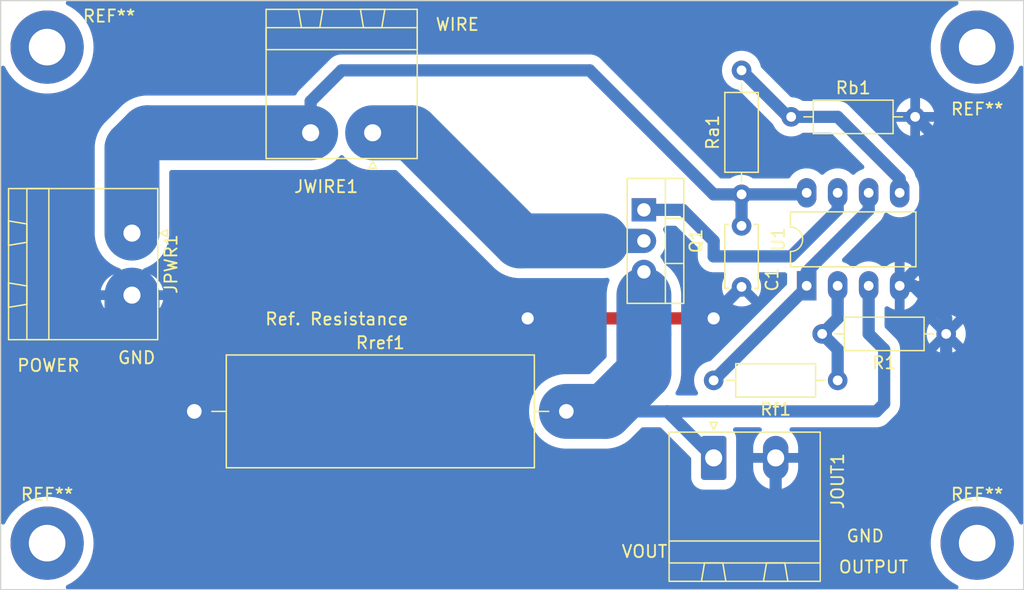
<source format=kicad_pcb>
(kicad_pcb (version 20240108) (generator "pcbnew") (generator_version "8.0")
  (layers (0 "F.Cu" signal) (31 "B.Cu" signal) (34 "B.Paste" user) (35 "F.Paste" user) (36 "B.SilkS" user "B.Silkscreen") (37 "F.SilkS" user "F.Silkscreen") (38 "B.Mask" user) (39 "F.Mask" user) (44 "Edge.Cuts" user))
  (net 0 "")
  (net 1 "VCC")
  (net 2 "GND")
  (net 3 "/Eout")
  (net 4 "Net-(Q1-B)")
  (net 5 "Net-(U1A--)")
  (net 6 "Net-(U1B-+)")
  (net 7 "Net-(U1B--)")
  (net 8 "Net-(JWIRE1-Pin_1)")
  (footprint "Connector_Phoenix_MSTB:PhoenixContact_MSTBA_2,5_2-G-5,08_1x02_P5.08mm_Horizontal" (layer "F.Cu") (at 132.08 87.0275 180)
    (property "Reference" "JWIRE1" (at 3.81 -4.4125 0) (layer "F.SilkS"))
    (property "Value" "Conn_01x02")
    (fp_line (start 8.73 10.11) (end 8.73 -2.11) (stroke (width 0.12)) (layer "F.SilkS"))
    (fp_line (start 8.73 8.61) (end -3.65 8.61) (stroke (width 0.12)) (layer "F.SilkS"))
    (fp_line (start 8.73 6.81) (end 8.73 8.61) (stroke (width 0.12)) (layer "F.SilkS"))
    (fp_line (start 8.73 -2.11) (end -3.65 -2.11) (stroke (width 0.12)) (layer "F.SilkS"))
    (fp_line (start 6.08 10.11) (end 5.83 8.61) (stroke (width 0.12)) (layer "F.SilkS"))
    (fp_line (start 5.83 8.61) (end 4.33 8.61) (stroke (width 0.12)) (layer "F.SilkS"))
    (fp_line (start 4.33 8.61) (end 4.08 10.11) (stroke (width 0.12)) (layer "F.SilkS"))
    (fp_line (start 4.08 10.11) (end 6.08 10.11) (stroke (width 0.12)) (layer "F.SilkS"))
    (fp_line (start 1 10.11) (end 0.75 8.61) (stroke (width 0.12)) (layer "F.SilkS"))
    (fp_line (start 0.75 8.61) (end -0.75 8.61) (stroke (width 0.12)) (layer "F.SilkS"))
    (fp_line (start 0.3 -2.91) (end 0 -2.31) (stroke (width 0.12)) (layer "F.SilkS"))
    (fp_line (start 0 -2.31) (end -0.3 -2.91) (stroke (width 0.12)) (layer "F.SilkS"))
    (fp_line (start -0.3 -2.91) (end 0.3 -2.91) (stroke (width 0.12)) (layer "F.SilkS"))
    (fp_line (start -0.75 8.61) (end -1 10.11) (stroke (width 0.12)) (layer "F.SilkS"))
    (fp_line (start -1 10.11) (end 1 10.11) (stroke (width 0.12)) (layer "F.SilkS"))
    (fp_line (start -3.65 10.11) (end 8.73 10.11) (stroke (width 0.12)) (layer "F.SilkS"))
    (fp_line (start -3.65 8.61) (end -3.65 6.81) (stroke (width 0.12)) (layer "F.SilkS"))
    (fp_line (start -3.65 6.81) (end 8.73 6.81) (stroke (width 0.12)) (layer "F.SilkS"))
    (fp_line (start -3.65 -2.11) (end -3.65 10.11) (stroke (width 0.12)) (layer "F.SilkS"))
    (pad "1" thru_hole roundrect (at 0 0 180) (size 2.08 3.6) (drill 1.4) (layers "*.Cu" "*.Mask") (roundrect_rratio 0.120192) (net 8 "Net-(JWIRE1-Pin_1)"))
    (pad "2" thru_hole oval (at 5.08 0 180) (size 2.08 3.6) (drill 1.4) (layers "*.Cu" "*.Mask") (net 1 "VCC"))
  )
  (footprint "MountingHole:MountingHole_3mm_Pad" (layer "F.Cu") (at 181.61 80.01)
    (property "Reference" "REF**" (at 0 5.08 0) (layer "F.SilkS"))
    (property "Value" "MountingHole_3mm_Pad")
    (pad "1" thru_hole circle (at 0 0) (size 6 6) (drill 3) (layers "*.Cu" "*.Mask"))
  )
  (footprint "MountingHole:MountingHole_3mm_Pad" (layer "F.Cu") (at 181.61 120.65)
    (property "Reference" "REF**" (at 0 -4 0) (layer "F.SilkS"))
    (property "Value" "MountingHole_3mm_Pad")
    (pad "1" thru_hole circle (at 0 0) (size 6 6) (drill 3) (layers "*.Cu" "*.Mask"))
  )
  (footprint "Resistor_THT:R_Axial_DIN0207_L6.3mm_D2.5mm_P10.16mm_Horizontal" (layer "F.Cu") (at 179.07 103.505 180)
    (property "Reference" "R1" (at 5.08 -2.37 0) (layer "F.SilkS"))
    (property "Value" "430")
    (fp_line (start 9.12 0) (end 8.35 0) (stroke (width 0.12)) (layer "F.SilkS"))
    (fp_line (start 8.35 1.37) (end 8.35 -1.37) (stroke (width 0.12)) (layer "F.SilkS"))
    (fp_line (start 8.35 -1.37) (end 1.81 -1.37) (stroke (width 0.12)) (layer "F.SilkS"))
    (fp_line (start 1.81 1.37) (end 8.35 1.37) (stroke (width 0.12)) (layer "F.SilkS"))
    (fp_line (start 1.81 -1.37) (end 1.81 1.37) (stroke (width 0.12)) (layer "F.SilkS"))
    (fp_line (start 1.04 0) (end 1.81 0) (stroke (width 0.12)) (layer "F.SilkS"))
    (pad "1" thru_hole circle (at 0 0 180) (size 1.6 1.6) (drill 0.8) (layers "*.Cu" "*.Mask") (net 2 "GND"))
    (pad "2" thru_hole oval (at 10.16 0 180) (size 1.6 1.6) (drill 0.8) (layers "*.Cu" "*.Mask") (net 5 "Net-(U1A--)"))
  )
  (footprint "Connector_Phoenix_MSTB:PhoenixContact_MSTBA_2,5_2-G-5,08_1x02_P5.08mm_Horizontal" (layer "F.Cu") (at 160.02 113.665)
    (property "Reference" "JOUT1" (at 10.16 1.905 90) (layer "F.SilkS"))
    (property "Value" "Conn_01x02")
    (fp_line (start -3.65 -2.11) (end -3.65 10.11) (stroke (width 0.12)) (layer "F.SilkS"))
    (fp_line (start -3.65 6.81) (end 8.73 6.81) (stroke (width 0.12)) (layer "F.SilkS"))
    (fp_line (start -3.65 8.61) (end -3.65 6.81) (stroke (width 0.12)) (layer "F.SilkS"))
    (fp_line (start -3.65 10.11) (end 8.73 10.11) (stroke (width 0.12)) (layer "F.SilkS"))
    (fp_line (start -1 10.11) (end 1 10.11) (stroke (width 0.12)) (layer "F.SilkS"))
    (fp_line (start -0.75 8.61) (end -1 10.11) (stroke (width 0.12)) (layer "F.SilkS"))
    (fp_line (start -0.3 -2.91) (end 0.3 -2.91) (stroke (width 0.12)) (layer "F.SilkS"))
    (fp_line (start 0 -2.31) (end -0.3 -2.91) (stroke (width 0.12)) (layer "F.SilkS"))
    (fp_line (start 0.3 -2.91) (end 0 -2.31) (stroke (width 0.12)) (layer "F.SilkS"))
    (fp_line (start 0.75 8.61) (end -0.75 8.61) (stroke (width 0.12)) (layer "F.SilkS"))
    (fp_line (start 1 10.11) (end 0.75 8.61) (stroke (width 0.12)) (layer "F.SilkS"))
    (fp_line (start 4.08 10.11) (end 6.08 10.11) (stroke (width 0.12)) (layer "F.SilkS"))
    (fp_line (start 4.33 8.61) (end 4.08 10.11) (stroke (width 0.12)) (layer "F.SilkS"))
    (fp_line (start 5.83 8.61) (end 4.33 8.61) (stroke (width 0.12)) (layer "F.SilkS"))
    (fp_line (start 6.08 10.11) (end 5.83 8.61) (stroke (width 0.12)) (layer "F.SilkS"))
    (fp_line (start 8.73 -2.11) (end -3.65 -2.11) (stroke (width 0.12)) (layer "F.SilkS"))
    (fp_line (start 8.73 6.81) (end 8.73 8.61) (stroke (width 0.12)) (layer "F.SilkS"))
    (fp_line (start 8.73 8.61) (end -3.65 8.61) (stroke (width 0.12)) (layer "F.SilkS"))
    (fp_line (start 8.73 10.11) (end 8.73 -2.11) (stroke (width 0.12)) (layer "F.SilkS"))
    (pad "1" thru_hole roundrect (at 0 0) (size 2.08 3.6) (drill 1.4) (layers "*.Cu" "*.Mask") (roundrect_rratio 0.120192) (net 3 "/Eout"))
    (pad "2" thru_hole oval (at 5.08 0) (size 2.08 3.6) (drill 1.4) (layers "*.Cu" "*.Mask") (net 2 "GND"))
  )
  (footprint "Package_TO_SOT_THT:TO-220-3_Vertical" (layer "F.Cu") (at 154.305 93.345 -90)
    (property "Reference" "Q1" (at 2.54 -4.27 90) (layer "F.SilkS"))
    (property "Value" "TIP120")
    (fp_line (start -2.58 1.371) (end 7.66 1.371) (stroke (width 0.12)) (layer "F.SilkS"))
    (fp_line (start -2.58 -1.76) (end 7.66 -1.76) (stroke (width 0.12)) (layer "F.SilkS"))
    (fp_line (start -2.58 -3.27) (end -2.58 1.371) (stroke (width 0.12)) (layer "F.SilkS"))
    (fp_line (start -2.58 -3.27) (end 7.66 -3.27) (stroke (width 0.12)) (layer "F.SilkS"))
    (fp_line (start 0.69 -3.27) (end 0.69 -1.76) (stroke (width 0.12)) (layer "F.SilkS"))
    (fp_line (start 4.391 -3.27) (end 4.391 -1.76) (stroke (width 0.12)) (layer "F.SilkS"))
    (fp_line (start 7.66 -3.27) (end 7.66 1.371) (stroke (width 0.12)) (layer "F.SilkS"))
    (pad "1" thru_hole rect (at 0 0 270) (size 1.905 2) (drill 1.1) (layers "*.Cu" "*.Mask") (net 4 "Net-(Q1-B)"))
    (pad "2" thru_hole oval (at 2.54 0 270) (size 1.905 2) (drill 1.1) (layers "*.Cu" "*.Mask") (net 8 "Net-(JWIRE1-Pin_1)"))
    (pad "3" thru_hole oval (at 5.08 0 270) (size 1.905 2) (drill 1.1) (layers "*.Cu" "*.Mask") (net 3 "/Eout"))
  )
  (footprint "Resistor_THT:R_Axial_DIN0207_L6.3mm_D2.5mm_P10.16mm_Horizontal" (layer "F.Cu") (at 166.37 85.725)
    (property "Reference" "Rb1" (at 5.08 -2.37 0) (layer "F.SilkS"))
    (property "Value" "10k")
    (fp_line (start 1.04 0) (end 1.81 0) (stroke (width 0.12)) (layer "F.SilkS"))
    (fp_line (start 1.81 -1.37) (end 1.81 1.37) (stroke (width 0.12)) (layer "F.SilkS"))
    (fp_line (start 1.81 1.37) (end 8.35 1.37) (stroke (width 0.12)) (layer "F.SilkS"))
    (fp_line (start 8.35 -1.37) (end 1.81 -1.37) (stroke (width 0.12)) (layer "F.SilkS"))
    (fp_line (start 8.35 1.37) (end 8.35 -1.37) (stroke (width 0.12)) (layer "F.SilkS"))
    (fp_line (start 9.12 0) (end 8.35 0) (stroke (width 0.12)) (layer "F.SilkS"))
    (pad "1" thru_hole circle (at 0 0) (size 1.6 1.6) (drill 0.8) (layers "*.Cu" "*.Mask") (net 6 "Net-(U1B-+)"))
    (pad "2" thru_hole oval (at 10.16 0) (size 1.6 1.6) (drill 0.8) (layers "*.Cu" "*.Mask") (net 2 "GND"))
  )
  (footprint "MountingHole:MountingHole_3mm_Pad" (layer "F.Cu") (at 105.41 80.01)
    (property "Reference" "REF**" (at 5.08 -2.54 0) (layer "F.SilkS"))
    (property "Value" "MountingHole_3mm_Pad")
    (pad "1" thru_hole circle (at 0 0) (size 6 6) (drill 3) (layers "*.Cu" "*.Mask"))
  )
  (footprint "Package_DIP:DIP-8_W7.62mm_LongPads" (layer "F.Cu") (at 167.64 99.568 90)
    (property "Reference" "U1" (at 3.81 -2.33 90) (layer "F.SilkS"))
    (property "Value" "LM358")
    (fp_line (start 6.06 -1.33) (end 4.81 -1.33) (stroke (width 0.12)) (layer "F.SilkS"))
    (fp_line (start 2.81 -1.33) (end 1.56 -1.33) (stroke (width 0.12)) (layer "F.SilkS"))
    (fp_line (start 1.56 -1.33) (end 1.56 8.95) (stroke (width 0.12)) (layer "F.SilkS"))
    (fp_line (start 6.06 8.95) (end 6.06 -1.33) (stroke (width 0.12)) (layer "F.SilkS"))
    (fp_line (start 1.56 8.95) (end 6.06 8.95) (stroke (width 0.12)) (layer "F.SilkS"))
    (fp_arc (start 4.81 -1.33) (mid 3.81 -0.33) (end 2.81 -1.33) (stroke (width 0.12)) (layer "F.SilkS"))
    (pad "1" thru_hole rect (at 0 0 90) (size 2.4 1.6) (drill 0.8) (layers "*.Cu" "*.Mask") (net 7 "Net-(U1B--)"))
    (pad "2" thru_hole oval (at 0 2.54 90) (size 2.4 1.6) (drill 0.8) (layers "*.Cu" "*.Mask") (net 5 "Net-(U1A--)"))
    (pad "3" thru_hole oval (at 0 5.08 90) (size 2.4 1.6) (drill 0.8) (layers "*.Cu" "*.Mask") (net 3 "/Eout"))
    (pad "4" thru_hole oval (at 0 7.62 90) (size 2.4 1.6) (drill 0.8) (layers "*.Cu" "*.Mask") (net 2 "GND"))
    (pad "5" thru_hole oval (at 7.62 7.62 90) (size 2.4 1.6) (drill 0.8) (layers "*.Cu" "*.Mask") (net 6 "Net-(U1B-+)"))
    (pad "6" thru_hole oval (at 7.62 5.08 90) (size 2.4 1.6) (drill 0.8) (layers "*.Cu" "*.Mask") (net 7 "Net-(U1B--)"))
    (pad "7" thru_hole oval (at 7.62 2.54 90) (size 2.4 1.6) (drill 0.8) (layers "*.Cu" "*.Mask") (net 4 "Net-(Q1-B)"))
    (pad "8" thru_hole oval (at 7.62 0 90) (size 2.4 1.6) (drill 0.8) (layers "*.Cu" "*.Mask") (net 1 "VCC"))
  )
  (footprint "MountingHole:MountingHole_3mm_Pad" (layer "F.Cu") (at 105.41 120.65)
    (property "Reference" "REF**" (at 0 -4 0) (layer "F.SilkS"))
    (property "Value" "MountingHole_3mm_Pad")
    (pad "1" thru_hole circle (at 0 0) (size 6 6) (drill 3) (layers "*.Cu" "*.Mask"))
  )
  (footprint "Resistor_THT:R_Axial_Power_L25.0mm_W9.0mm_P30.48mm" (layer "F.Cu") (at 117.47 109.855)
    (property "Reference" "Rref1" (at 15.24 -5.62 0) (layer "F.SilkS"))
    (property "Value" "150")
    (fp_line (start 1.44 0) (end 2.62 0) (stroke (width 0.12)) (layer "F.SilkS"))
    (fp_line (start 2.62 -4.62) (end 2.62 4.62) (stroke (width 0.12)) (layer "F.SilkS"))
    (fp_line (start 2.62 4.62) (end 27.86 4.62) (stroke (width 0.12)) (layer "F.SilkS"))
    (fp_line (start 27.86 -4.62) (end 2.62 -4.62) (stroke (width 0.12)) (layer "F.SilkS"))
    (fp_line (start 27.86 4.62) (end 27.86 -4.62) (stroke (width 0.12)) (layer "F.SilkS"))
    (fp_line (start 29.04 0) (end 27.86 0) (stroke (width 0.12)) (layer "F.SilkS"))
    (pad "1" thru_hole circle (at 0 0) (size 2.4 2.4) (drill 1.2) (layers "*.Cu" "*.Mask") (net 2 "GND"))
    (pad "2" thru_hole oval (at 30.48 0) (size 2.4 2.4) (drill 1.2) (layers "*.Cu" "*.Mask") (net 3 "/Eout"))
  )
  (footprint "Resistor_THT:R_Axial_DIN0207_L6.3mm_D2.5mm_P10.16mm_Horizontal" (layer "F.Cu") (at 170.18 107.315 180)
    (property "Reference" "Rf1" (at 5.08 -2.37 0) (layer "F.SilkS"))
    (property "Value" "8.2k")
    (fp_line (start 9.12 0) (end 8.35 0) (stroke (width 0.12)) (layer "F.SilkS"))
    (fp_line (start 8.35 1.37) (end 8.35 -1.37) (stroke (width 0.12)) (layer "F.SilkS"))
    (fp_line (start 8.35 -1.37) (end 1.81 -1.37) (stroke (width 0.12)) (layer "F.SilkS"))
    (fp_line (start 1.81 1.37) (end 8.35 1.37) (stroke (width 0.12)) (layer "F.SilkS"))
    (fp_line (start 1.81 -1.37) (end 1.81 1.37) (stroke (width 0.12)) (layer "F.SilkS"))
    (fp_line (start 1.04 0) (end 1.81 0) (stroke (width 0.12)) (layer "F.SilkS"))
    (pad "1" thru_hole circle (at 0 0 180) (size 1.6 1.6) (drill 0.8) (layers "*.Cu" "*.Mask") (net 5 "Net-(U1A--)"))
    (pad "2" thru_hole oval (at 10.16 0 180) (size 1.6 1.6) (drill 0.8) (layers "*.Cu" "*.Mask") (net 7 "Net-(U1B--)"))
  )
  (footprint "Capacitor_THT:C_Disc_D5.0mm_W2.5mm_P5.00mm" (layer "F.Cu") (at 162.306 94.655 -90)
    (property "Reference" "C1" (at 4.405 -2.5 90) (layer "F.SilkS"))
    (property "Value" "100n")
    (fp_line (start -0.12 1.37) (end 5.12 1.37) (stroke (width 0.12)) (layer "F.SilkS"))
    (fp_line (start -0.12 1.055) (end -0.12 1.37) (stroke (width 0.12)) (layer "F.SilkS"))
    (fp_line (start 5.12 1.055) (end 5.12 1.37) (stroke (width 0.12)) (layer "F.SilkS"))
    (fp_line (start -0.12 -1.37) (end -0.12 -1.055) (stroke (width 0.12)) (layer "F.SilkS"))
    (fp_line (start -0.12 -1.37) (end 5.12 -1.37) (stroke (width 0.12)) (layer "F.SilkS"))
    (fp_line (start 5.12 -1.37) (end 5.12 -1.055) (stroke (width 0.12)) (layer "F.SilkS"))
    (pad "1" thru_hole circle (at 0 0 270) (size 1.6 1.6) (drill 0.8) (layers "*.Cu" "*.Mask") (net 1 "VCC"))
    (pad "2" thru_hole circle (at 5 0 270) (size 1.6 1.6) (drill 0.8) (layers "*.Cu" "*.Mask") (net 2 "GND"))
  )
  (footprint "Connector_Phoenix_MSTB:PhoenixContact_MSTBA_2,5_2-G-5,08_1x02_P5.08mm_Horizontal" (layer "F.Cu") (at 112.3625 95.25 -90)
    (property "Reference" "JPWR1" (at 2.54 -3.2 90) (layer "F.SilkS"))
    (property "Value" "Conn_01x02")
    (fp_line (start -3.65 10.11) (end 8.73 10.11) (stroke (width 0.12)) (layer "F.SilkS"))
    (fp_line (start -1 10.11) (end 1 10.11) (stroke (width 0.12)) (layer "F.SilkS"))
    (fp_line (start 1 10.11) (end 0.75 8.61) (stroke (width 0.12)) (layer "F.SilkS"))
    (fp_line (start 4.08 10.11) (end 6.08 10.11) (stroke (width 0.12)) (layer "F.SilkS"))
    (fp_line (start 6.08 10.11) (end 5.83 8.61) (stroke (width 0.12)) (layer "F.SilkS"))
    (fp_line (start 8.73 10.11) (end 8.73 -2.11) (stroke (width 0.12)) (layer "F.SilkS"))
    (fp_line (start -3.65 8.61) (end -3.65 6.81) (stroke (width 0.12)) (layer "F.SilkS"))
    (fp_line (start -0.75 8.61) (end -1 10.11) (stroke (width 0.12)) (layer "F.SilkS"))
    (fp_line (start 0.75 8.61) (end -0.75 8.61) (stroke (width 0.12)) (layer "F.SilkS"))
    (fp_line (start 4.33 8.61) (end 4.08 10.11) (stroke (width 0.12)) (layer "F.SilkS"))
    (fp_line (start 5.83 8.61) (end 4.33 8.61) (stroke (width 0.12)) (layer "F.SilkS"))
    (fp_line (start 8.73 8.61) (end -3.65 8.61) (stroke (width 0.12)) (layer "F.SilkS"))
    (fp_line (start -3.65 6.81) (end 8.73 6.81) (stroke (width 0.12)) (layer "F.SilkS"))
    (fp_line (start 8.73 6.81) (end 8.73 8.61) (stroke (width 0.12)) (layer "F.SilkS"))
    (fp_line (start -3.65 -2.11) (end -3.65 10.11) (stroke (width 0.12)) (layer "F.SilkS"))
    (fp_line (start 8.73 -2.11) (end -3.65 -2.11) (stroke (width 0.12)) (layer "F.SilkS"))
    (fp_line (start 0 -2.31) (end -0.3 -2.91) (stroke (width 0.12)) (layer "F.SilkS"))
    (fp_line (start -0.3 -2.91) (end 0.3 -2.91) (stroke (width 0.12)) (layer "F.SilkS"))
    (fp_line (start 0.3 -2.91) (end 0 -2.31) (stroke (width 0.12)) (layer "F.SilkS"))
    (pad "1" thru_hole roundrect (at 0 0 270) (size 2.08 3.6) (drill 1.4) (layers "*.Cu" "*.Mask") (roundrect_rratio 0.120192) (net 1 "VCC"))
    (pad "2" thru_hole oval (at 5.08 0 270) (size 2.08 3.6) (drill 1.4) (layers "*.Cu" "*.Mask") (net 2 "GND"))
  )
  (footprint "Resistor_THT:R_Axial_DIN0207_L6.3mm_D2.5mm_P10.16mm_Horizontal" (layer "F.Cu") (at 162.306 92.075 90)
    (property "Reference" "Ra1" (at 5.08 -2.37 90) (layer "F.SilkS"))
    (property "Value" "10k")
    (fp_line (start 8.35 -1.37) (end 1.81 -1.37) (stroke (width 0.12)) (layer "F.SilkS"))
    (fp_line (start 1.81 -1.37) (end 1.81 1.37) (stroke (width 0.12)) (layer "F.SilkS"))
    (fp_line (start 9.12 0) (end 8.35 0) (stroke (width 0.12)) (layer "F.SilkS"))
    (fp_line (start 1.04 0) (end 1.81 0) (stroke (width 0.12)) (layer "F.SilkS"))
    (fp_line (start 8.35 1.37) (end 8.35 -1.37) (stroke (width 0.12)) (layer "F.SilkS"))
    (fp_line (start 1.81 1.37) (end 8.35 1.37) (stroke (width 0.12)) (layer "F.SilkS"))
    (pad "1" thru_hole circle (at 0 0 90) (size 1.6 1.6) (drill 0.8) (layers "*.Cu" "*.Mask") (net 1 "VCC"))
    (pad "2" thru_hole oval (at 10.16 0 90) (size 1.6 1.6) (drill 0.8) (layers "*.Cu" "*.Mask") (net 6 "Net-(U1B-+)"))
  )
  (gr_line (start 185.42 124.46) (end 185.42 76.2) (stroke (width 0.1)) (layer "Edge.Cuts"))
  (gr_line (start 185.42 124.46) (end 101.6 124.46) (stroke (width 0.1)) (layer "Edge.Cuts"))
  (gr_line (start 101.6 76.2) (end 101.6 124.46) (stroke (width 0.1)) (layer "Edge.Cuts"))
  (gr_line (start 101.6 76.2) (end 185.42 76.2) (stroke (width 0.1)) (layer "Edge.Cuts"))
  (gr_text "GND" (at 170.815 120.65 0) (layer "F.SilkS") (effects (font (size 1 1)) (justify left bottom)))
  (gr_text "VOUT" (at 152.4 121.92 0) (layer "F.SilkS") (effects (font (size 1 1)) (justify left bottom)))
  (gr_text "Ref. Resistance" (at 123.19 102.87 0) (layer "F.SilkS") (effects (font (size 1 1)) (justify left bottom)))
  (gr_text "POWER" (at 102.87 106.68 0) (layer "F.SilkS") (effects (font (size 1 1)) (justify left bottom)))
  (gr_text "GND" (at 111.125 106.045 0) (layer "F.SilkS") (effects (font (size 1 1)) (justify left bottom)))
  (gr_text "WIRE" (at 137.16 78.74 0) (layer "F.SilkS") (effects (font (size 1 1)) (justify left bottom)))
  (gr_text "OUTPUT" (at 170.18 123.19 0) (layer "F.SilkS") (effects (font (size 1 1)) (justify left bottom)))
  (segment (start 160.02 92.075) (end 149.86 81.915) (width 1) (layer "B.Cu") (net 1))
  (segment (start 112.3625 95.25) (end 112.3625 88.2975) (width 4.5) (layer "B.Cu") (net 1))
  (segment (start 167.513 92.075) (end 167.64 91.948) (width 1) (layer "B.Cu") (net 1))
  (segment (start 162.306 92.075) (end 167.513 92.075) (width 1) (layer "B.Cu") (net 1))
  (segment (start 149.86 81.915) (end 129.54 81.915) (width 1) (layer "B.Cu") (net 1))
  (segment (start 162.306 92.075) (end 160.02 92.075) (width 1) (layer "B.Cu") (net 1))
  (segment (start 113.6325 87.0275) (end 127 87.0275) (width 4.5) (layer "B.Cu") (net 1))
  (segment (start 162.306 92.075) (end 162.306 94.655) (width 1) (layer "B.Cu") (net 1))
  (segment (start 129.54 81.915) (end 127 84.455) (width 1) (layer "B.Cu") (net 1))
  (segment (start 127 84.455) (end 127 87.0275) (width 1) (layer "B.Cu") (net 1))
  (segment (start 112.3625 88.2975) (end 113.6325 87.0275) (width 4.5) (layer "B.Cu") (net 1))
  (segment (start 160.02 102.235) (end 144.78 102.235) (width 1) (layer "F.Cu") (net 2))
  (via (at 160.02 102.235) (size 2.5) (drill 1) (layers "F.Cu" "B.Cu") (net 2))
  (via (at 144.78 102.235) (size 2.5) (drill 1) (layers "F.Cu" "B.Cu") (net 2))
  (segment (start 175.26 99.568) (end 176.403 99.568) (width 1) (layer "B.Cu") (net 2))
  (segment (start 179.07 103.505) (end 179.07 109.855) (width 1) (layer "B.Cu") (net 2))
  (segment (start 135.89 121.285) (end 161.29 121.285) (width 4.5) (layer "B.Cu") (net 2))
  (segment (start 165.1 117.475) (end 161.29 121.285) (width 1) (layer "B.Cu") (net 2))
  (segment (start 165.1 113.665) (end 165.1 117.475) (width 1) (layer "B.Cu") (net 2))
  (segment (start 179.07 95.758) (end 179.07 88.265) (width 1) (layer "B.Cu") (net 2))
  (segment (start 162.306 99.655) (end 160.02 101.941) (width 1) (layer "B.Cu") (net 2))
  (segment (start 172.72 116.205) (end 179.07 109.855) (width 4.5) (layer "B.Cu") (net 2))
  (segment (start 165.1 121.285) (end 168.91 117.475) (width 4.5) (layer "B.Cu") (net 2))
  (segment (start 161.29 121.285) (end 165.1 121.285) (width 4.5) (layer "B.Cu") (net 2))
  (segment (start 112.3625 100.33) (end 112.3625 104.7475) (width 4.5) (layer "B.Cu") (net 2))
  (segment (start 138.43 102.235) (end 127.635 113.03) (width 1) (layer "B.Cu") (net 2))
  (segment (start 179.07 102.235) (end 179.07 103.505) (width 1) (layer "B.Cu") (net 2))
  (segment (start 124.46 109.855) (end 127.635 113.03) (width 4.5) (layer "B.Cu") (net 2))
  (segment (start 160.02 101.941) (end 160.02 102.235) (width 1) (layer "B.Cu") (net 2))
  (segment (start 117.47 109.855) (end 124.46 109.855) (width 4.5) (layer "B.Cu") (net 2))
  (segment (start 170.18 116.205) (end 172.72 116.205) (width 4.5) (layer "B.Cu") (net 2))
  (segment (start 179.07 88.265) (end 176.53 85.725) (width 1) (layer "B.Cu") (net 2))
  (segment (start 168.91 117.475) (end 170.18 116.205) (width 4.5) (layer "B.Cu") (net 2))
  (segment (start 144.78 102.235) (end 138.43 102.235) (width 1) (layer "B.Cu") (net 2))
  (segment (start 176.403 99.568) (end 179.07 102.235) (width 1) (layer "B.Cu") (net 2))
  (segment (start 175.26 99.568) (end 179.07 95.758) (width 1) (layer "B.Cu") (net 2))
  (segment (start 112.3625 104.7475) (end 117.47 109.855) (width 4.5) (layer "B.Cu") (net 2))
  (segment (start 127.635 113.03) (end 135.89 121.285) (width 4.5) (layer "B.Cu") (net 2))
  (segment (start 156.21 109.855) (end 160.02 113.665) (width 1) (layer "B.Cu") (net 3))
  (segment (start 151.13 109.855) (end 153.3525 107.6325) (width 4.5) (layer "B.Cu") (net 3))
  (segment (start 156.21 109.855) (end 173.355 109.855) (width 1) (layer "B.Cu") (net 3))
  (segment (start 173.99 109.22) (end 173.99 104.775) (width 1) (layer "B.Cu") (net 3))
  (segment (start 173.99 104.775) (end 172.72 103.505) (width 1) (layer "B.Cu") (net 3))
  (segment (start 173.355 109.855) (end 173.99 109.22) (width 1) (layer "B.Cu") (net 3))
  (segment (start 154.305 103.505) (end 154.305 106.68) (width 4.5) (layer "B.Cu") (net 3))
  (segment (start 153.3525 107.6325) (end 154.305 106.68) (width 4.5) (layer "B.Cu") (net 3))
  (segment (start 172.72 103.505) (end 172.72 99.568) (width 1) (layer "B.Cu") (net 3))
  (segment (start 154.305 100.33) (end 154.305 103.505) (width 4.5) (layer "B.Cu") (net 3))
  (segment (start 147.95 109.855) (end 151.13 109.855) (width 4.5) (layer "B.Cu") (net 3))
  (segment (start 154.305 98.425) (end 154.305 100.33) (width 2) (layer "B.Cu") (net 3))
  (segment (start 151.13 109.855) (end 156.21 109.855) (width 1) (layer "B.Cu") (net 3))
  (segment (start 166.37 97.155) (end 170.18 93.345) (width 1) (layer "B.Cu") (net 4))
  (segment (start 160.02 97.155) (end 166.37 97.155) (width 1) (layer "B.Cu") (net 4))
  (segment (start 157.48 93.345) (end 160.02 95.885) (width 1) (layer "B.Cu") (net 4))
  (segment (start 154.305 93.345) (end 157.48 93.345) (width 1) (layer "B.Cu") (net 4))
  (segment (start 170.18 93.345) (end 170.18 91.948) (width 1) (layer "B.Cu") (net 4))
  (segment (start 160.02 95.885) (end 160.02 97.155) (width 1) (layer "B.Cu") (net 4))
  (segment (start 170.18 102.235) (end 170.18 99.568) (width 1) (layer "B.Cu") (net 5))
  (segment (start 168.91 103.505) (end 170.18 102.235) (width 1) (layer "B.Cu") (net 5))
  (segment (start 170.18 104.775) (end 168.91 103.505) (width 1) (layer "B.Cu") (net 5))
  (segment (start 170.18 107.315) (end 170.18 104.775) (width 1) (layer "B.Cu") (net 5))
  (segment (start 175.26 91.948) (end 175.26 90.805) (width 1) (layer "B.Cu") (net 6))
  (segment (start 175.26 90.805) (end 170.18 85.725) (width 1) (layer "B.Cu") (net 6))
  (segment (start 166.116 85.725) (end 162.306 81.915) (width 1) (layer "B.Cu") (net 6))
  (segment (start 166.37 85.725) (end 166.116 85.725) (width 1) (layer "B.Cu") (net 6))
  (segment (start 170.18 85.725) (end 166.37 85.725) (width 1) (layer "B.Cu") (net 6))
  (segment (start 167.64 99.695) (end 167.64 99.568) (width 1) (layer "B.Cu") (net 7))
  (segment (start 160.02 107.315) (end 167.64 99.695) (width 1) (layer "B.Cu") (net 7))
  (segment (start 172.72 93.345) (end 172.72 91.948) (width 1) (layer "B.Cu") (net 7))
  (segment (start 167.64 98.425) (end 172.72 93.345) (width 1) (layer "B.Cu") (net 7))
  (segment (start 167.64 99.568) (end 167.64 98.425) (width 1) (layer "B.Cu") (net 7))
  (segment (start 132.08 87.0275) (end 135.2875 87.0275) (width 4.5) (layer "B.Cu") (net 8))
  (segment (start 135.2875 87.0275) (end 144.145 95.885) (width 4.5) (layer "B.Cu") (net 8))
  (segment (start 144.145 95.885) (end 150.855 95.885) (width 4.5) (layer "B.Cu") (net 8))
  (segment (start 154.305 95.885) (end 150.855 95.885) (width 2) (layer "B.Cu") (net 8))
  (zone (net 2) (net_name "GND") (layer "B.Cu") (connect_pads (clearance 0.8)) (min_thickness 0.4) (fill yes (thermal_gap 0.8) (thermal_bridge_width 0.8))
    (polygon (pts (xy 185.42 124.46) (xy 185.42 76.2) (xy 101.6 76.2) (xy 101.6 124.46)))
  )
)
</source>
